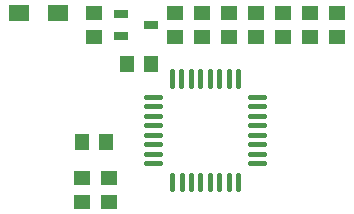
<source format=gbp>
G04 ---------------------------- Layer name :BOTTOM PASTER LAYER*
G04 EasyEDA v5.4.10, Tue, 24 Apr 2018 09:14:44 GMT*
G04 c78431fd7d494278a101bd4be382ca9e*
G04 Gerber Generator version 0.2*
G04 Scale: 100 percent, Rotated: No, Reflected: No *
G04 Dimensions in inches *
G04 leading zeros omitted , absolute positions ,2 integer and 4 decimal *
%FSLAX24Y24*%
%MOIN*%
G90*
G70D02*

%ADD24C,0.017716*%
%ADD25R,0.045670X0.057870*%
%ADD26R,0.057870X0.045670*%
%ADD27R,0.049213X0.027559*%
%ADD28R,0.071500X0.053500*%

%LPD*%
G54D24*
G01X8856Y3200D02*
G01X8383Y3200D01*
G01X8856Y3515D02*
G01X8383Y3515D01*
G01X8856Y3830D02*
G01X8383Y3830D01*
G01X8856Y4144D02*
G01X8383Y4144D01*
G01X8856Y4459D02*
G01X8383Y4459D01*
G01X8856Y4773D02*
G01X8383Y4773D01*
G01X8856Y5088D02*
G01X8383Y5088D01*
G01X8856Y5403D02*
G01X8383Y5403D01*
G01X8000Y6256D02*
G01X8000Y5783D01*
G01X7685Y6256D02*
G01X7685Y5783D01*
G01X7369Y6256D02*
G01X7369Y5783D01*
G01X7055Y6256D02*
G01X7055Y5783D01*
G01X6740Y6256D02*
G01X6740Y5783D01*
G01X6426Y6256D02*
G01X6426Y5783D01*
G01X6110Y6256D02*
G01X6110Y5783D01*
G01X5796Y6256D02*
G01X5796Y5783D01*
G01X5406Y5400D02*
G01X4933Y5400D01*
G01X5406Y5084D02*
G01X4933Y5084D01*
G01X5406Y4769D02*
G01X4933Y4769D01*
G01X5406Y4455D02*
G01X4933Y4455D01*
G01X5406Y4140D02*
G01X4933Y4140D01*
G01X5406Y3826D02*
G01X4933Y3826D01*
G01X5406Y3511D02*
G01X4933Y3511D01*
G01X5406Y3196D02*
G01X4933Y3196D01*
G01X5800Y2816D02*
G01X5800Y2343D01*
G01X6114Y2816D02*
G01X6114Y2343D01*
G01X6430Y2816D02*
G01X6430Y2343D01*
G01X6744Y2816D02*
G01X6744Y2343D01*
G01X7059Y2816D02*
G01X7059Y2343D01*
G01X7373Y2816D02*
G01X7373Y2343D01*
G01X7689Y2816D02*
G01X7689Y2343D01*
G01X8003Y2816D02*
G01X8003Y2343D01*
G54D25*
G01X4300Y6500D03*
G01X5100Y6500D03*
G54D26*
G01X9500Y8199D03*
G01X9500Y7399D03*
G01X6800Y8199D03*
G01X6800Y7399D03*
G54D27*
G01X5092Y7800D03*
G01X4107Y8173D03*
G01X4107Y7426D03*
G54D26*
G01X8600Y8199D03*
G01X8600Y7399D03*
G01X7700Y8199D03*
G01X7700Y7399D03*
G01X11300Y8199D03*
G01X11300Y7399D03*
G01X10400Y8199D03*
G01X10400Y7399D03*
G01X3200Y8199D03*
G01X3200Y7399D03*
G01X5900Y8199D03*
G01X5900Y7399D03*
G01X3700Y1900D03*
G01X3700Y2700D03*
G54D28*
G01X700Y8209D03*
G01X1990Y8209D03*
G54D26*
G01X2800Y2699D03*
G01X2800Y1899D03*
G54D25*
G01X2800Y3900D03*
G01X3600Y3900D03*
M00*
M02*

</source>
